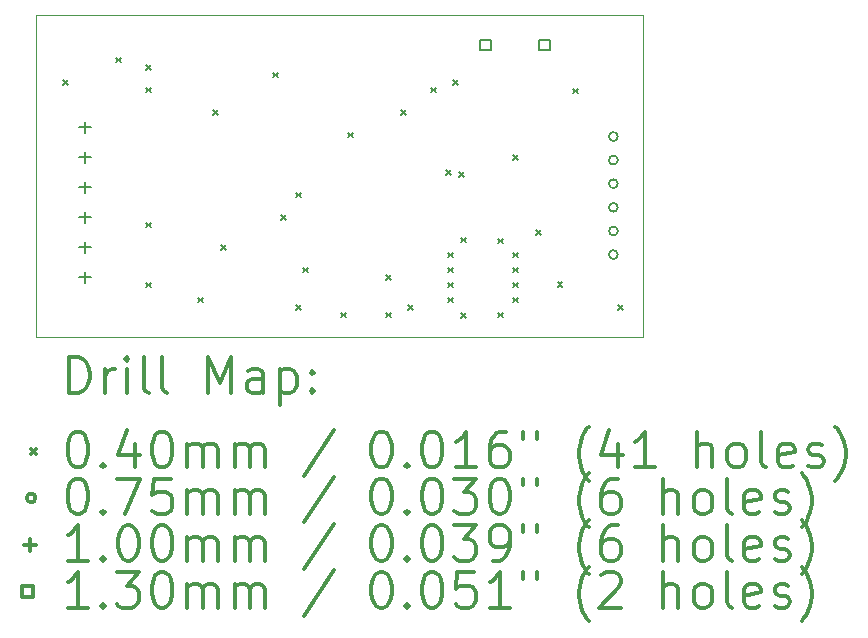
<source format=gbr>
%FSLAX45Y45*%
G04 Gerber Fmt 4.5, Leading zero omitted, Abs format (unit mm)*
G04 Created by KiCad (PCBNEW (5.1.0)-1) date 2019-04-29 13:12:12*
%MOMM*%
%LPD*%
G04 APERTURE LIST*
%ADD10C,0.050000*%
%ADD11C,0.200000*%
%ADD12C,0.300000*%
G04 APERTURE END LIST*
D10*
X12382500Y-11811000D02*
X12382500Y-9080500D01*
X12446000Y-11811000D02*
X12382500Y-11811000D01*
X17526000Y-11811000D02*
X12446000Y-11811000D01*
X17526000Y-11747500D02*
X17526000Y-11811000D01*
X17526000Y-9080500D02*
X17526000Y-11747500D01*
X12382500Y-9080500D02*
X17526000Y-9080500D01*
D11*
X12616500Y-9632000D02*
X12656500Y-9672000D01*
X12656500Y-9632000D02*
X12616500Y-9672000D01*
X13061000Y-9441500D02*
X13101000Y-9481500D01*
X13101000Y-9441500D02*
X13061000Y-9481500D01*
X13315000Y-9505000D02*
X13355000Y-9545000D01*
X13355000Y-9505000D02*
X13315000Y-9545000D01*
X13315000Y-9695500D02*
X13355000Y-9735500D01*
X13355000Y-9695500D02*
X13315000Y-9735500D01*
X13315000Y-10838500D02*
X13355000Y-10878500D01*
X13355000Y-10838500D02*
X13315000Y-10878500D01*
X13315000Y-11346500D02*
X13355000Y-11386500D01*
X13355000Y-11346500D02*
X13315000Y-11386500D01*
X13759500Y-11473500D02*
X13799500Y-11513500D01*
X13799500Y-11473500D02*
X13759500Y-11513500D01*
X13886500Y-9886000D02*
X13926500Y-9926000D01*
X13926500Y-9886000D02*
X13886500Y-9926000D01*
X13950000Y-11029000D02*
X13990000Y-11069000D01*
X13990000Y-11029000D02*
X13950000Y-11069000D01*
X14394500Y-9568500D02*
X14434500Y-9608500D01*
X14434500Y-9568500D02*
X14394500Y-9608500D01*
X14458000Y-10775000D02*
X14498000Y-10815000D01*
X14498000Y-10775000D02*
X14458000Y-10815000D01*
X14585000Y-10584500D02*
X14625000Y-10624500D01*
X14625000Y-10584500D02*
X14585000Y-10624500D01*
X14585000Y-11537000D02*
X14625000Y-11577000D01*
X14625000Y-11537000D02*
X14585000Y-11577000D01*
X14648500Y-11219500D02*
X14688500Y-11259500D01*
X14688500Y-11219500D02*
X14648500Y-11259500D01*
X14966000Y-11600500D02*
X15006000Y-11640500D01*
X15006000Y-11600500D02*
X14966000Y-11640500D01*
X15029500Y-10076500D02*
X15069500Y-10116500D01*
X15069500Y-10076500D02*
X15029500Y-10116500D01*
X15347000Y-11283000D02*
X15387000Y-11323000D01*
X15387000Y-11283000D02*
X15347000Y-11323000D01*
X15347000Y-11600500D02*
X15387000Y-11640500D01*
X15387000Y-11600500D02*
X15347000Y-11640500D01*
X15474000Y-9886000D02*
X15514000Y-9926000D01*
X15514000Y-9886000D02*
X15474000Y-9926000D01*
X15537500Y-11537000D02*
X15577500Y-11577000D01*
X15577500Y-11537000D02*
X15537500Y-11577000D01*
X15728000Y-9695500D02*
X15768000Y-9735500D01*
X15768000Y-9695500D02*
X15728000Y-9735500D01*
X15855000Y-10394000D02*
X15895000Y-10434000D01*
X15895000Y-10394000D02*
X15855000Y-10434000D01*
X15874800Y-11092500D02*
X15914800Y-11132500D01*
X15914800Y-11092500D02*
X15874800Y-11132500D01*
X15874800Y-11219500D02*
X15914800Y-11259500D01*
X15914800Y-11219500D02*
X15874800Y-11259500D01*
X15874800Y-11346500D02*
X15914800Y-11386500D01*
X15914800Y-11346500D02*
X15874800Y-11386500D01*
X15874800Y-11473500D02*
X15914800Y-11513500D01*
X15914800Y-11473500D02*
X15874800Y-11513500D01*
X15918500Y-9632000D02*
X15958500Y-9672000D01*
X15958500Y-9632000D02*
X15918500Y-9672000D01*
X15963835Y-10412165D02*
X16003835Y-10452165D01*
X16003835Y-10412165D02*
X15963835Y-10452165D01*
X15982000Y-10965500D02*
X16022000Y-11005500D01*
X16022000Y-10965500D02*
X15982000Y-11005500D01*
X15984460Y-11602960D02*
X16024460Y-11642960D01*
X16024460Y-11602960D02*
X15984460Y-11642960D01*
X16299500Y-10974500D02*
X16339500Y-11014500D01*
X16339500Y-10974500D02*
X16299500Y-11014500D01*
X16299500Y-11600500D02*
X16339500Y-11640500D01*
X16339500Y-11600500D02*
X16299500Y-11640500D01*
X16426500Y-10267000D02*
X16466500Y-10307000D01*
X16466500Y-10267000D02*
X16426500Y-10307000D01*
X16426500Y-11092500D02*
X16466500Y-11132500D01*
X16466500Y-11092500D02*
X16426500Y-11132500D01*
X16426500Y-11219500D02*
X16466500Y-11259500D01*
X16466500Y-11219500D02*
X16426500Y-11259500D01*
X16426500Y-11346500D02*
X16466500Y-11386500D01*
X16466500Y-11346500D02*
X16426500Y-11386500D01*
X16426500Y-11473500D02*
X16466500Y-11513500D01*
X16466500Y-11473500D02*
X16426500Y-11513500D01*
X16617000Y-10902000D02*
X16657000Y-10942000D01*
X16657000Y-10902000D02*
X16617000Y-10942000D01*
X16800131Y-11344910D02*
X16840131Y-11384910D01*
X16840131Y-11344910D02*
X16800131Y-11384910D01*
X16934500Y-9704500D02*
X16974500Y-9744500D01*
X16974500Y-9704500D02*
X16934500Y-9744500D01*
X17315500Y-11537000D02*
X17355500Y-11577000D01*
X17355500Y-11537000D02*
X17315500Y-11577000D01*
X17309500Y-10109200D02*
G75*
G03X17309500Y-10109200I-37500J0D01*
G01*
X17309500Y-10309200D02*
G75*
G03X17309500Y-10309200I-37500J0D01*
G01*
X17309500Y-10509200D02*
G75*
G03X17309500Y-10509200I-37500J0D01*
G01*
X17309500Y-10709200D02*
G75*
G03X17309500Y-10709200I-37500J0D01*
G01*
X17309500Y-10909200D02*
G75*
G03X17309500Y-10909200I-37500J0D01*
G01*
X17309500Y-11109200D02*
G75*
G03X17309500Y-11109200I-37500J0D01*
G01*
X12801600Y-9983000D02*
X12801600Y-10083000D01*
X12751600Y-10033000D02*
X12851600Y-10033000D01*
X12801600Y-10237000D02*
X12801600Y-10337000D01*
X12751600Y-10287000D02*
X12851600Y-10287000D01*
X12801600Y-10491000D02*
X12801600Y-10591000D01*
X12751600Y-10541000D02*
X12851600Y-10541000D01*
X12801600Y-10745000D02*
X12801600Y-10845000D01*
X12751600Y-10795000D02*
X12851600Y-10795000D01*
X12801600Y-10999000D02*
X12801600Y-11099000D01*
X12751600Y-11049000D02*
X12851600Y-11049000D01*
X12801600Y-11253000D02*
X12801600Y-11353000D01*
X12751600Y-11303000D02*
X12851600Y-11303000D01*
X16238462Y-9380462D02*
X16238462Y-9288538D01*
X16146538Y-9288538D01*
X16146538Y-9380462D01*
X16238462Y-9380462D01*
X16738462Y-9380462D02*
X16738462Y-9288538D01*
X16646538Y-9288538D01*
X16646538Y-9380462D01*
X16738462Y-9380462D01*
D12*
X12666428Y-12279214D02*
X12666428Y-11979214D01*
X12737857Y-11979214D01*
X12780714Y-11993500D01*
X12809286Y-12022071D01*
X12823571Y-12050643D01*
X12837857Y-12107786D01*
X12837857Y-12150643D01*
X12823571Y-12207786D01*
X12809286Y-12236357D01*
X12780714Y-12264929D01*
X12737857Y-12279214D01*
X12666428Y-12279214D01*
X12966428Y-12279214D02*
X12966428Y-12079214D01*
X12966428Y-12136357D02*
X12980714Y-12107786D01*
X12995000Y-12093500D01*
X13023571Y-12079214D01*
X13052143Y-12079214D01*
X13152143Y-12279214D02*
X13152143Y-12079214D01*
X13152143Y-11979214D02*
X13137857Y-11993500D01*
X13152143Y-12007786D01*
X13166428Y-11993500D01*
X13152143Y-11979214D01*
X13152143Y-12007786D01*
X13337857Y-12279214D02*
X13309286Y-12264929D01*
X13295000Y-12236357D01*
X13295000Y-11979214D01*
X13495000Y-12279214D02*
X13466428Y-12264929D01*
X13452143Y-12236357D01*
X13452143Y-11979214D01*
X13837857Y-12279214D02*
X13837857Y-11979214D01*
X13937857Y-12193500D01*
X14037857Y-11979214D01*
X14037857Y-12279214D01*
X14309286Y-12279214D02*
X14309286Y-12122071D01*
X14295000Y-12093500D01*
X14266428Y-12079214D01*
X14209286Y-12079214D01*
X14180714Y-12093500D01*
X14309286Y-12264929D02*
X14280714Y-12279214D01*
X14209286Y-12279214D01*
X14180714Y-12264929D01*
X14166428Y-12236357D01*
X14166428Y-12207786D01*
X14180714Y-12179214D01*
X14209286Y-12164929D01*
X14280714Y-12164929D01*
X14309286Y-12150643D01*
X14452143Y-12079214D02*
X14452143Y-12379214D01*
X14452143Y-12093500D02*
X14480714Y-12079214D01*
X14537857Y-12079214D01*
X14566428Y-12093500D01*
X14580714Y-12107786D01*
X14595000Y-12136357D01*
X14595000Y-12222071D01*
X14580714Y-12250643D01*
X14566428Y-12264929D01*
X14537857Y-12279214D01*
X14480714Y-12279214D01*
X14452143Y-12264929D01*
X14723571Y-12250643D02*
X14737857Y-12264929D01*
X14723571Y-12279214D01*
X14709286Y-12264929D01*
X14723571Y-12250643D01*
X14723571Y-12279214D01*
X14723571Y-12093500D02*
X14737857Y-12107786D01*
X14723571Y-12122071D01*
X14709286Y-12107786D01*
X14723571Y-12093500D01*
X14723571Y-12122071D01*
X12340000Y-12753500D02*
X12380000Y-12793500D01*
X12380000Y-12753500D02*
X12340000Y-12793500D01*
X12723571Y-12609214D02*
X12752143Y-12609214D01*
X12780714Y-12623500D01*
X12795000Y-12637786D01*
X12809286Y-12666357D01*
X12823571Y-12723500D01*
X12823571Y-12794929D01*
X12809286Y-12852071D01*
X12795000Y-12880643D01*
X12780714Y-12894929D01*
X12752143Y-12909214D01*
X12723571Y-12909214D01*
X12695000Y-12894929D01*
X12680714Y-12880643D01*
X12666428Y-12852071D01*
X12652143Y-12794929D01*
X12652143Y-12723500D01*
X12666428Y-12666357D01*
X12680714Y-12637786D01*
X12695000Y-12623500D01*
X12723571Y-12609214D01*
X12952143Y-12880643D02*
X12966428Y-12894929D01*
X12952143Y-12909214D01*
X12937857Y-12894929D01*
X12952143Y-12880643D01*
X12952143Y-12909214D01*
X13223571Y-12709214D02*
X13223571Y-12909214D01*
X13152143Y-12594929D02*
X13080714Y-12809214D01*
X13266428Y-12809214D01*
X13437857Y-12609214D02*
X13466428Y-12609214D01*
X13495000Y-12623500D01*
X13509286Y-12637786D01*
X13523571Y-12666357D01*
X13537857Y-12723500D01*
X13537857Y-12794929D01*
X13523571Y-12852071D01*
X13509286Y-12880643D01*
X13495000Y-12894929D01*
X13466428Y-12909214D01*
X13437857Y-12909214D01*
X13409286Y-12894929D01*
X13395000Y-12880643D01*
X13380714Y-12852071D01*
X13366428Y-12794929D01*
X13366428Y-12723500D01*
X13380714Y-12666357D01*
X13395000Y-12637786D01*
X13409286Y-12623500D01*
X13437857Y-12609214D01*
X13666428Y-12909214D02*
X13666428Y-12709214D01*
X13666428Y-12737786D02*
X13680714Y-12723500D01*
X13709286Y-12709214D01*
X13752143Y-12709214D01*
X13780714Y-12723500D01*
X13795000Y-12752071D01*
X13795000Y-12909214D01*
X13795000Y-12752071D02*
X13809286Y-12723500D01*
X13837857Y-12709214D01*
X13880714Y-12709214D01*
X13909286Y-12723500D01*
X13923571Y-12752071D01*
X13923571Y-12909214D01*
X14066428Y-12909214D02*
X14066428Y-12709214D01*
X14066428Y-12737786D02*
X14080714Y-12723500D01*
X14109286Y-12709214D01*
X14152143Y-12709214D01*
X14180714Y-12723500D01*
X14195000Y-12752071D01*
X14195000Y-12909214D01*
X14195000Y-12752071D02*
X14209286Y-12723500D01*
X14237857Y-12709214D01*
X14280714Y-12709214D01*
X14309286Y-12723500D01*
X14323571Y-12752071D01*
X14323571Y-12909214D01*
X14909286Y-12594929D02*
X14652143Y-12980643D01*
X15295000Y-12609214D02*
X15323571Y-12609214D01*
X15352143Y-12623500D01*
X15366428Y-12637786D01*
X15380714Y-12666357D01*
X15395000Y-12723500D01*
X15395000Y-12794929D01*
X15380714Y-12852071D01*
X15366428Y-12880643D01*
X15352143Y-12894929D01*
X15323571Y-12909214D01*
X15295000Y-12909214D01*
X15266428Y-12894929D01*
X15252143Y-12880643D01*
X15237857Y-12852071D01*
X15223571Y-12794929D01*
X15223571Y-12723500D01*
X15237857Y-12666357D01*
X15252143Y-12637786D01*
X15266428Y-12623500D01*
X15295000Y-12609214D01*
X15523571Y-12880643D02*
X15537857Y-12894929D01*
X15523571Y-12909214D01*
X15509286Y-12894929D01*
X15523571Y-12880643D01*
X15523571Y-12909214D01*
X15723571Y-12609214D02*
X15752143Y-12609214D01*
X15780714Y-12623500D01*
X15795000Y-12637786D01*
X15809286Y-12666357D01*
X15823571Y-12723500D01*
X15823571Y-12794929D01*
X15809286Y-12852071D01*
X15795000Y-12880643D01*
X15780714Y-12894929D01*
X15752143Y-12909214D01*
X15723571Y-12909214D01*
X15695000Y-12894929D01*
X15680714Y-12880643D01*
X15666428Y-12852071D01*
X15652143Y-12794929D01*
X15652143Y-12723500D01*
X15666428Y-12666357D01*
X15680714Y-12637786D01*
X15695000Y-12623500D01*
X15723571Y-12609214D01*
X16109286Y-12909214D02*
X15937857Y-12909214D01*
X16023571Y-12909214D02*
X16023571Y-12609214D01*
X15995000Y-12652071D01*
X15966428Y-12680643D01*
X15937857Y-12694929D01*
X16366428Y-12609214D02*
X16309286Y-12609214D01*
X16280714Y-12623500D01*
X16266428Y-12637786D01*
X16237857Y-12680643D01*
X16223571Y-12737786D01*
X16223571Y-12852071D01*
X16237857Y-12880643D01*
X16252143Y-12894929D01*
X16280714Y-12909214D01*
X16337857Y-12909214D01*
X16366428Y-12894929D01*
X16380714Y-12880643D01*
X16395000Y-12852071D01*
X16395000Y-12780643D01*
X16380714Y-12752071D01*
X16366428Y-12737786D01*
X16337857Y-12723500D01*
X16280714Y-12723500D01*
X16252143Y-12737786D01*
X16237857Y-12752071D01*
X16223571Y-12780643D01*
X16509286Y-12609214D02*
X16509286Y-12666357D01*
X16623571Y-12609214D02*
X16623571Y-12666357D01*
X17066428Y-13023500D02*
X17052143Y-13009214D01*
X17023571Y-12966357D01*
X17009286Y-12937786D01*
X16995000Y-12894929D01*
X16980714Y-12823500D01*
X16980714Y-12766357D01*
X16995000Y-12694929D01*
X17009286Y-12652071D01*
X17023571Y-12623500D01*
X17052143Y-12580643D01*
X17066428Y-12566357D01*
X17309286Y-12709214D02*
X17309286Y-12909214D01*
X17237857Y-12594929D02*
X17166428Y-12809214D01*
X17352143Y-12809214D01*
X17623571Y-12909214D02*
X17452143Y-12909214D01*
X17537857Y-12909214D02*
X17537857Y-12609214D01*
X17509286Y-12652071D01*
X17480714Y-12680643D01*
X17452143Y-12694929D01*
X17980714Y-12909214D02*
X17980714Y-12609214D01*
X18109286Y-12909214D02*
X18109286Y-12752071D01*
X18095000Y-12723500D01*
X18066428Y-12709214D01*
X18023571Y-12709214D01*
X17995000Y-12723500D01*
X17980714Y-12737786D01*
X18295000Y-12909214D02*
X18266428Y-12894929D01*
X18252143Y-12880643D01*
X18237857Y-12852071D01*
X18237857Y-12766357D01*
X18252143Y-12737786D01*
X18266428Y-12723500D01*
X18295000Y-12709214D01*
X18337857Y-12709214D01*
X18366428Y-12723500D01*
X18380714Y-12737786D01*
X18395000Y-12766357D01*
X18395000Y-12852071D01*
X18380714Y-12880643D01*
X18366428Y-12894929D01*
X18337857Y-12909214D01*
X18295000Y-12909214D01*
X18566428Y-12909214D02*
X18537857Y-12894929D01*
X18523571Y-12866357D01*
X18523571Y-12609214D01*
X18795000Y-12894929D02*
X18766428Y-12909214D01*
X18709286Y-12909214D01*
X18680714Y-12894929D01*
X18666428Y-12866357D01*
X18666428Y-12752071D01*
X18680714Y-12723500D01*
X18709286Y-12709214D01*
X18766428Y-12709214D01*
X18795000Y-12723500D01*
X18809286Y-12752071D01*
X18809286Y-12780643D01*
X18666428Y-12809214D01*
X18923571Y-12894929D02*
X18952143Y-12909214D01*
X19009286Y-12909214D01*
X19037857Y-12894929D01*
X19052143Y-12866357D01*
X19052143Y-12852071D01*
X19037857Y-12823500D01*
X19009286Y-12809214D01*
X18966428Y-12809214D01*
X18937857Y-12794929D01*
X18923571Y-12766357D01*
X18923571Y-12752071D01*
X18937857Y-12723500D01*
X18966428Y-12709214D01*
X19009286Y-12709214D01*
X19037857Y-12723500D01*
X19152143Y-13023500D02*
X19166428Y-13009214D01*
X19195000Y-12966357D01*
X19209286Y-12937786D01*
X19223571Y-12894929D01*
X19237857Y-12823500D01*
X19237857Y-12766357D01*
X19223571Y-12694929D01*
X19209286Y-12652071D01*
X19195000Y-12623500D01*
X19166428Y-12580643D01*
X19152143Y-12566357D01*
X12380000Y-13169500D02*
G75*
G03X12380000Y-13169500I-37500J0D01*
G01*
X12723571Y-13005214D02*
X12752143Y-13005214D01*
X12780714Y-13019500D01*
X12795000Y-13033786D01*
X12809286Y-13062357D01*
X12823571Y-13119500D01*
X12823571Y-13190929D01*
X12809286Y-13248071D01*
X12795000Y-13276643D01*
X12780714Y-13290929D01*
X12752143Y-13305214D01*
X12723571Y-13305214D01*
X12695000Y-13290929D01*
X12680714Y-13276643D01*
X12666428Y-13248071D01*
X12652143Y-13190929D01*
X12652143Y-13119500D01*
X12666428Y-13062357D01*
X12680714Y-13033786D01*
X12695000Y-13019500D01*
X12723571Y-13005214D01*
X12952143Y-13276643D02*
X12966428Y-13290929D01*
X12952143Y-13305214D01*
X12937857Y-13290929D01*
X12952143Y-13276643D01*
X12952143Y-13305214D01*
X13066428Y-13005214D02*
X13266428Y-13005214D01*
X13137857Y-13305214D01*
X13523571Y-13005214D02*
X13380714Y-13005214D01*
X13366428Y-13148071D01*
X13380714Y-13133786D01*
X13409286Y-13119500D01*
X13480714Y-13119500D01*
X13509286Y-13133786D01*
X13523571Y-13148071D01*
X13537857Y-13176643D01*
X13537857Y-13248071D01*
X13523571Y-13276643D01*
X13509286Y-13290929D01*
X13480714Y-13305214D01*
X13409286Y-13305214D01*
X13380714Y-13290929D01*
X13366428Y-13276643D01*
X13666428Y-13305214D02*
X13666428Y-13105214D01*
X13666428Y-13133786D02*
X13680714Y-13119500D01*
X13709286Y-13105214D01*
X13752143Y-13105214D01*
X13780714Y-13119500D01*
X13795000Y-13148071D01*
X13795000Y-13305214D01*
X13795000Y-13148071D02*
X13809286Y-13119500D01*
X13837857Y-13105214D01*
X13880714Y-13105214D01*
X13909286Y-13119500D01*
X13923571Y-13148071D01*
X13923571Y-13305214D01*
X14066428Y-13305214D02*
X14066428Y-13105214D01*
X14066428Y-13133786D02*
X14080714Y-13119500D01*
X14109286Y-13105214D01*
X14152143Y-13105214D01*
X14180714Y-13119500D01*
X14195000Y-13148071D01*
X14195000Y-13305214D01*
X14195000Y-13148071D02*
X14209286Y-13119500D01*
X14237857Y-13105214D01*
X14280714Y-13105214D01*
X14309286Y-13119500D01*
X14323571Y-13148071D01*
X14323571Y-13305214D01*
X14909286Y-12990929D02*
X14652143Y-13376643D01*
X15295000Y-13005214D02*
X15323571Y-13005214D01*
X15352143Y-13019500D01*
X15366428Y-13033786D01*
X15380714Y-13062357D01*
X15395000Y-13119500D01*
X15395000Y-13190929D01*
X15380714Y-13248071D01*
X15366428Y-13276643D01*
X15352143Y-13290929D01*
X15323571Y-13305214D01*
X15295000Y-13305214D01*
X15266428Y-13290929D01*
X15252143Y-13276643D01*
X15237857Y-13248071D01*
X15223571Y-13190929D01*
X15223571Y-13119500D01*
X15237857Y-13062357D01*
X15252143Y-13033786D01*
X15266428Y-13019500D01*
X15295000Y-13005214D01*
X15523571Y-13276643D02*
X15537857Y-13290929D01*
X15523571Y-13305214D01*
X15509286Y-13290929D01*
X15523571Y-13276643D01*
X15523571Y-13305214D01*
X15723571Y-13005214D02*
X15752143Y-13005214D01*
X15780714Y-13019500D01*
X15795000Y-13033786D01*
X15809286Y-13062357D01*
X15823571Y-13119500D01*
X15823571Y-13190929D01*
X15809286Y-13248071D01*
X15795000Y-13276643D01*
X15780714Y-13290929D01*
X15752143Y-13305214D01*
X15723571Y-13305214D01*
X15695000Y-13290929D01*
X15680714Y-13276643D01*
X15666428Y-13248071D01*
X15652143Y-13190929D01*
X15652143Y-13119500D01*
X15666428Y-13062357D01*
X15680714Y-13033786D01*
X15695000Y-13019500D01*
X15723571Y-13005214D01*
X15923571Y-13005214D02*
X16109286Y-13005214D01*
X16009286Y-13119500D01*
X16052143Y-13119500D01*
X16080714Y-13133786D01*
X16095000Y-13148071D01*
X16109286Y-13176643D01*
X16109286Y-13248071D01*
X16095000Y-13276643D01*
X16080714Y-13290929D01*
X16052143Y-13305214D01*
X15966428Y-13305214D01*
X15937857Y-13290929D01*
X15923571Y-13276643D01*
X16295000Y-13005214D02*
X16323571Y-13005214D01*
X16352143Y-13019500D01*
X16366428Y-13033786D01*
X16380714Y-13062357D01*
X16395000Y-13119500D01*
X16395000Y-13190929D01*
X16380714Y-13248071D01*
X16366428Y-13276643D01*
X16352143Y-13290929D01*
X16323571Y-13305214D01*
X16295000Y-13305214D01*
X16266428Y-13290929D01*
X16252143Y-13276643D01*
X16237857Y-13248071D01*
X16223571Y-13190929D01*
X16223571Y-13119500D01*
X16237857Y-13062357D01*
X16252143Y-13033786D01*
X16266428Y-13019500D01*
X16295000Y-13005214D01*
X16509286Y-13005214D02*
X16509286Y-13062357D01*
X16623571Y-13005214D02*
X16623571Y-13062357D01*
X17066428Y-13419500D02*
X17052143Y-13405214D01*
X17023571Y-13362357D01*
X17009286Y-13333786D01*
X16995000Y-13290929D01*
X16980714Y-13219500D01*
X16980714Y-13162357D01*
X16995000Y-13090929D01*
X17009286Y-13048071D01*
X17023571Y-13019500D01*
X17052143Y-12976643D01*
X17066428Y-12962357D01*
X17309286Y-13005214D02*
X17252143Y-13005214D01*
X17223571Y-13019500D01*
X17209286Y-13033786D01*
X17180714Y-13076643D01*
X17166428Y-13133786D01*
X17166428Y-13248071D01*
X17180714Y-13276643D01*
X17195000Y-13290929D01*
X17223571Y-13305214D01*
X17280714Y-13305214D01*
X17309286Y-13290929D01*
X17323571Y-13276643D01*
X17337857Y-13248071D01*
X17337857Y-13176643D01*
X17323571Y-13148071D01*
X17309286Y-13133786D01*
X17280714Y-13119500D01*
X17223571Y-13119500D01*
X17195000Y-13133786D01*
X17180714Y-13148071D01*
X17166428Y-13176643D01*
X17695000Y-13305214D02*
X17695000Y-13005214D01*
X17823571Y-13305214D02*
X17823571Y-13148071D01*
X17809286Y-13119500D01*
X17780714Y-13105214D01*
X17737857Y-13105214D01*
X17709286Y-13119500D01*
X17695000Y-13133786D01*
X18009286Y-13305214D02*
X17980714Y-13290929D01*
X17966428Y-13276643D01*
X17952143Y-13248071D01*
X17952143Y-13162357D01*
X17966428Y-13133786D01*
X17980714Y-13119500D01*
X18009286Y-13105214D01*
X18052143Y-13105214D01*
X18080714Y-13119500D01*
X18095000Y-13133786D01*
X18109286Y-13162357D01*
X18109286Y-13248071D01*
X18095000Y-13276643D01*
X18080714Y-13290929D01*
X18052143Y-13305214D01*
X18009286Y-13305214D01*
X18280714Y-13305214D02*
X18252143Y-13290929D01*
X18237857Y-13262357D01*
X18237857Y-13005214D01*
X18509286Y-13290929D02*
X18480714Y-13305214D01*
X18423571Y-13305214D01*
X18395000Y-13290929D01*
X18380714Y-13262357D01*
X18380714Y-13148071D01*
X18395000Y-13119500D01*
X18423571Y-13105214D01*
X18480714Y-13105214D01*
X18509286Y-13119500D01*
X18523571Y-13148071D01*
X18523571Y-13176643D01*
X18380714Y-13205214D01*
X18637857Y-13290929D02*
X18666428Y-13305214D01*
X18723571Y-13305214D01*
X18752143Y-13290929D01*
X18766428Y-13262357D01*
X18766428Y-13248071D01*
X18752143Y-13219500D01*
X18723571Y-13205214D01*
X18680714Y-13205214D01*
X18652143Y-13190929D01*
X18637857Y-13162357D01*
X18637857Y-13148071D01*
X18652143Y-13119500D01*
X18680714Y-13105214D01*
X18723571Y-13105214D01*
X18752143Y-13119500D01*
X18866428Y-13419500D02*
X18880714Y-13405214D01*
X18909286Y-13362357D01*
X18923571Y-13333786D01*
X18937857Y-13290929D01*
X18952143Y-13219500D01*
X18952143Y-13162357D01*
X18937857Y-13090929D01*
X18923571Y-13048071D01*
X18909286Y-13019500D01*
X18880714Y-12976643D01*
X18866428Y-12962357D01*
X12330000Y-13515500D02*
X12330000Y-13615500D01*
X12280000Y-13565500D02*
X12380000Y-13565500D01*
X12823571Y-13701214D02*
X12652143Y-13701214D01*
X12737857Y-13701214D02*
X12737857Y-13401214D01*
X12709286Y-13444071D01*
X12680714Y-13472643D01*
X12652143Y-13486929D01*
X12952143Y-13672643D02*
X12966428Y-13686929D01*
X12952143Y-13701214D01*
X12937857Y-13686929D01*
X12952143Y-13672643D01*
X12952143Y-13701214D01*
X13152143Y-13401214D02*
X13180714Y-13401214D01*
X13209286Y-13415500D01*
X13223571Y-13429786D01*
X13237857Y-13458357D01*
X13252143Y-13515500D01*
X13252143Y-13586929D01*
X13237857Y-13644071D01*
X13223571Y-13672643D01*
X13209286Y-13686929D01*
X13180714Y-13701214D01*
X13152143Y-13701214D01*
X13123571Y-13686929D01*
X13109286Y-13672643D01*
X13095000Y-13644071D01*
X13080714Y-13586929D01*
X13080714Y-13515500D01*
X13095000Y-13458357D01*
X13109286Y-13429786D01*
X13123571Y-13415500D01*
X13152143Y-13401214D01*
X13437857Y-13401214D02*
X13466428Y-13401214D01*
X13495000Y-13415500D01*
X13509286Y-13429786D01*
X13523571Y-13458357D01*
X13537857Y-13515500D01*
X13537857Y-13586929D01*
X13523571Y-13644071D01*
X13509286Y-13672643D01*
X13495000Y-13686929D01*
X13466428Y-13701214D01*
X13437857Y-13701214D01*
X13409286Y-13686929D01*
X13395000Y-13672643D01*
X13380714Y-13644071D01*
X13366428Y-13586929D01*
X13366428Y-13515500D01*
X13380714Y-13458357D01*
X13395000Y-13429786D01*
X13409286Y-13415500D01*
X13437857Y-13401214D01*
X13666428Y-13701214D02*
X13666428Y-13501214D01*
X13666428Y-13529786D02*
X13680714Y-13515500D01*
X13709286Y-13501214D01*
X13752143Y-13501214D01*
X13780714Y-13515500D01*
X13795000Y-13544071D01*
X13795000Y-13701214D01*
X13795000Y-13544071D02*
X13809286Y-13515500D01*
X13837857Y-13501214D01*
X13880714Y-13501214D01*
X13909286Y-13515500D01*
X13923571Y-13544071D01*
X13923571Y-13701214D01*
X14066428Y-13701214D02*
X14066428Y-13501214D01*
X14066428Y-13529786D02*
X14080714Y-13515500D01*
X14109286Y-13501214D01*
X14152143Y-13501214D01*
X14180714Y-13515500D01*
X14195000Y-13544071D01*
X14195000Y-13701214D01*
X14195000Y-13544071D02*
X14209286Y-13515500D01*
X14237857Y-13501214D01*
X14280714Y-13501214D01*
X14309286Y-13515500D01*
X14323571Y-13544071D01*
X14323571Y-13701214D01*
X14909286Y-13386929D02*
X14652143Y-13772643D01*
X15295000Y-13401214D02*
X15323571Y-13401214D01*
X15352143Y-13415500D01*
X15366428Y-13429786D01*
X15380714Y-13458357D01*
X15395000Y-13515500D01*
X15395000Y-13586929D01*
X15380714Y-13644071D01*
X15366428Y-13672643D01*
X15352143Y-13686929D01*
X15323571Y-13701214D01*
X15295000Y-13701214D01*
X15266428Y-13686929D01*
X15252143Y-13672643D01*
X15237857Y-13644071D01*
X15223571Y-13586929D01*
X15223571Y-13515500D01*
X15237857Y-13458357D01*
X15252143Y-13429786D01*
X15266428Y-13415500D01*
X15295000Y-13401214D01*
X15523571Y-13672643D02*
X15537857Y-13686929D01*
X15523571Y-13701214D01*
X15509286Y-13686929D01*
X15523571Y-13672643D01*
X15523571Y-13701214D01*
X15723571Y-13401214D02*
X15752143Y-13401214D01*
X15780714Y-13415500D01*
X15795000Y-13429786D01*
X15809286Y-13458357D01*
X15823571Y-13515500D01*
X15823571Y-13586929D01*
X15809286Y-13644071D01*
X15795000Y-13672643D01*
X15780714Y-13686929D01*
X15752143Y-13701214D01*
X15723571Y-13701214D01*
X15695000Y-13686929D01*
X15680714Y-13672643D01*
X15666428Y-13644071D01*
X15652143Y-13586929D01*
X15652143Y-13515500D01*
X15666428Y-13458357D01*
X15680714Y-13429786D01*
X15695000Y-13415500D01*
X15723571Y-13401214D01*
X15923571Y-13401214D02*
X16109286Y-13401214D01*
X16009286Y-13515500D01*
X16052143Y-13515500D01*
X16080714Y-13529786D01*
X16095000Y-13544071D01*
X16109286Y-13572643D01*
X16109286Y-13644071D01*
X16095000Y-13672643D01*
X16080714Y-13686929D01*
X16052143Y-13701214D01*
X15966428Y-13701214D01*
X15937857Y-13686929D01*
X15923571Y-13672643D01*
X16252143Y-13701214D02*
X16309286Y-13701214D01*
X16337857Y-13686929D01*
X16352143Y-13672643D01*
X16380714Y-13629786D01*
X16395000Y-13572643D01*
X16395000Y-13458357D01*
X16380714Y-13429786D01*
X16366428Y-13415500D01*
X16337857Y-13401214D01*
X16280714Y-13401214D01*
X16252143Y-13415500D01*
X16237857Y-13429786D01*
X16223571Y-13458357D01*
X16223571Y-13529786D01*
X16237857Y-13558357D01*
X16252143Y-13572643D01*
X16280714Y-13586929D01*
X16337857Y-13586929D01*
X16366428Y-13572643D01*
X16380714Y-13558357D01*
X16395000Y-13529786D01*
X16509286Y-13401214D02*
X16509286Y-13458357D01*
X16623571Y-13401214D02*
X16623571Y-13458357D01*
X17066428Y-13815500D02*
X17052143Y-13801214D01*
X17023571Y-13758357D01*
X17009286Y-13729786D01*
X16995000Y-13686929D01*
X16980714Y-13615500D01*
X16980714Y-13558357D01*
X16995000Y-13486929D01*
X17009286Y-13444071D01*
X17023571Y-13415500D01*
X17052143Y-13372643D01*
X17066428Y-13358357D01*
X17309286Y-13401214D02*
X17252143Y-13401214D01*
X17223571Y-13415500D01*
X17209286Y-13429786D01*
X17180714Y-13472643D01*
X17166428Y-13529786D01*
X17166428Y-13644071D01*
X17180714Y-13672643D01*
X17195000Y-13686929D01*
X17223571Y-13701214D01*
X17280714Y-13701214D01*
X17309286Y-13686929D01*
X17323571Y-13672643D01*
X17337857Y-13644071D01*
X17337857Y-13572643D01*
X17323571Y-13544071D01*
X17309286Y-13529786D01*
X17280714Y-13515500D01*
X17223571Y-13515500D01*
X17195000Y-13529786D01*
X17180714Y-13544071D01*
X17166428Y-13572643D01*
X17695000Y-13701214D02*
X17695000Y-13401214D01*
X17823571Y-13701214D02*
X17823571Y-13544071D01*
X17809286Y-13515500D01*
X17780714Y-13501214D01*
X17737857Y-13501214D01*
X17709286Y-13515500D01*
X17695000Y-13529786D01*
X18009286Y-13701214D02*
X17980714Y-13686929D01*
X17966428Y-13672643D01*
X17952143Y-13644071D01*
X17952143Y-13558357D01*
X17966428Y-13529786D01*
X17980714Y-13515500D01*
X18009286Y-13501214D01*
X18052143Y-13501214D01*
X18080714Y-13515500D01*
X18095000Y-13529786D01*
X18109286Y-13558357D01*
X18109286Y-13644071D01*
X18095000Y-13672643D01*
X18080714Y-13686929D01*
X18052143Y-13701214D01*
X18009286Y-13701214D01*
X18280714Y-13701214D02*
X18252143Y-13686929D01*
X18237857Y-13658357D01*
X18237857Y-13401214D01*
X18509286Y-13686929D02*
X18480714Y-13701214D01*
X18423571Y-13701214D01*
X18395000Y-13686929D01*
X18380714Y-13658357D01*
X18380714Y-13544071D01*
X18395000Y-13515500D01*
X18423571Y-13501214D01*
X18480714Y-13501214D01*
X18509286Y-13515500D01*
X18523571Y-13544071D01*
X18523571Y-13572643D01*
X18380714Y-13601214D01*
X18637857Y-13686929D02*
X18666428Y-13701214D01*
X18723571Y-13701214D01*
X18752143Y-13686929D01*
X18766428Y-13658357D01*
X18766428Y-13644071D01*
X18752143Y-13615500D01*
X18723571Y-13601214D01*
X18680714Y-13601214D01*
X18652143Y-13586929D01*
X18637857Y-13558357D01*
X18637857Y-13544071D01*
X18652143Y-13515500D01*
X18680714Y-13501214D01*
X18723571Y-13501214D01*
X18752143Y-13515500D01*
X18866428Y-13815500D02*
X18880714Y-13801214D01*
X18909286Y-13758357D01*
X18923571Y-13729786D01*
X18937857Y-13686929D01*
X18952143Y-13615500D01*
X18952143Y-13558357D01*
X18937857Y-13486929D01*
X18923571Y-13444071D01*
X18909286Y-13415500D01*
X18880714Y-13372643D01*
X18866428Y-13358357D01*
X12360962Y-14007462D02*
X12360962Y-13915538D01*
X12269037Y-13915538D01*
X12269037Y-14007462D01*
X12360962Y-14007462D01*
X12823571Y-14097214D02*
X12652143Y-14097214D01*
X12737857Y-14097214D02*
X12737857Y-13797214D01*
X12709286Y-13840071D01*
X12680714Y-13868643D01*
X12652143Y-13882929D01*
X12952143Y-14068643D02*
X12966428Y-14082929D01*
X12952143Y-14097214D01*
X12937857Y-14082929D01*
X12952143Y-14068643D01*
X12952143Y-14097214D01*
X13066428Y-13797214D02*
X13252143Y-13797214D01*
X13152143Y-13911500D01*
X13195000Y-13911500D01*
X13223571Y-13925786D01*
X13237857Y-13940071D01*
X13252143Y-13968643D01*
X13252143Y-14040071D01*
X13237857Y-14068643D01*
X13223571Y-14082929D01*
X13195000Y-14097214D01*
X13109286Y-14097214D01*
X13080714Y-14082929D01*
X13066428Y-14068643D01*
X13437857Y-13797214D02*
X13466428Y-13797214D01*
X13495000Y-13811500D01*
X13509286Y-13825786D01*
X13523571Y-13854357D01*
X13537857Y-13911500D01*
X13537857Y-13982929D01*
X13523571Y-14040071D01*
X13509286Y-14068643D01*
X13495000Y-14082929D01*
X13466428Y-14097214D01*
X13437857Y-14097214D01*
X13409286Y-14082929D01*
X13395000Y-14068643D01*
X13380714Y-14040071D01*
X13366428Y-13982929D01*
X13366428Y-13911500D01*
X13380714Y-13854357D01*
X13395000Y-13825786D01*
X13409286Y-13811500D01*
X13437857Y-13797214D01*
X13666428Y-14097214D02*
X13666428Y-13897214D01*
X13666428Y-13925786D02*
X13680714Y-13911500D01*
X13709286Y-13897214D01*
X13752143Y-13897214D01*
X13780714Y-13911500D01*
X13795000Y-13940071D01*
X13795000Y-14097214D01*
X13795000Y-13940071D02*
X13809286Y-13911500D01*
X13837857Y-13897214D01*
X13880714Y-13897214D01*
X13909286Y-13911500D01*
X13923571Y-13940071D01*
X13923571Y-14097214D01*
X14066428Y-14097214D02*
X14066428Y-13897214D01*
X14066428Y-13925786D02*
X14080714Y-13911500D01*
X14109286Y-13897214D01*
X14152143Y-13897214D01*
X14180714Y-13911500D01*
X14195000Y-13940071D01*
X14195000Y-14097214D01*
X14195000Y-13940071D02*
X14209286Y-13911500D01*
X14237857Y-13897214D01*
X14280714Y-13897214D01*
X14309286Y-13911500D01*
X14323571Y-13940071D01*
X14323571Y-14097214D01*
X14909286Y-13782929D02*
X14652143Y-14168643D01*
X15295000Y-13797214D02*
X15323571Y-13797214D01*
X15352143Y-13811500D01*
X15366428Y-13825786D01*
X15380714Y-13854357D01*
X15395000Y-13911500D01*
X15395000Y-13982929D01*
X15380714Y-14040071D01*
X15366428Y-14068643D01*
X15352143Y-14082929D01*
X15323571Y-14097214D01*
X15295000Y-14097214D01*
X15266428Y-14082929D01*
X15252143Y-14068643D01*
X15237857Y-14040071D01*
X15223571Y-13982929D01*
X15223571Y-13911500D01*
X15237857Y-13854357D01*
X15252143Y-13825786D01*
X15266428Y-13811500D01*
X15295000Y-13797214D01*
X15523571Y-14068643D02*
X15537857Y-14082929D01*
X15523571Y-14097214D01*
X15509286Y-14082929D01*
X15523571Y-14068643D01*
X15523571Y-14097214D01*
X15723571Y-13797214D02*
X15752143Y-13797214D01*
X15780714Y-13811500D01*
X15795000Y-13825786D01*
X15809286Y-13854357D01*
X15823571Y-13911500D01*
X15823571Y-13982929D01*
X15809286Y-14040071D01*
X15795000Y-14068643D01*
X15780714Y-14082929D01*
X15752143Y-14097214D01*
X15723571Y-14097214D01*
X15695000Y-14082929D01*
X15680714Y-14068643D01*
X15666428Y-14040071D01*
X15652143Y-13982929D01*
X15652143Y-13911500D01*
X15666428Y-13854357D01*
X15680714Y-13825786D01*
X15695000Y-13811500D01*
X15723571Y-13797214D01*
X16095000Y-13797214D02*
X15952143Y-13797214D01*
X15937857Y-13940071D01*
X15952143Y-13925786D01*
X15980714Y-13911500D01*
X16052143Y-13911500D01*
X16080714Y-13925786D01*
X16095000Y-13940071D01*
X16109286Y-13968643D01*
X16109286Y-14040071D01*
X16095000Y-14068643D01*
X16080714Y-14082929D01*
X16052143Y-14097214D01*
X15980714Y-14097214D01*
X15952143Y-14082929D01*
X15937857Y-14068643D01*
X16395000Y-14097214D02*
X16223571Y-14097214D01*
X16309286Y-14097214D02*
X16309286Y-13797214D01*
X16280714Y-13840071D01*
X16252143Y-13868643D01*
X16223571Y-13882929D01*
X16509286Y-13797214D02*
X16509286Y-13854357D01*
X16623571Y-13797214D02*
X16623571Y-13854357D01*
X17066428Y-14211500D02*
X17052143Y-14197214D01*
X17023571Y-14154357D01*
X17009286Y-14125786D01*
X16995000Y-14082929D01*
X16980714Y-14011500D01*
X16980714Y-13954357D01*
X16995000Y-13882929D01*
X17009286Y-13840071D01*
X17023571Y-13811500D01*
X17052143Y-13768643D01*
X17066428Y-13754357D01*
X17166428Y-13825786D02*
X17180714Y-13811500D01*
X17209286Y-13797214D01*
X17280714Y-13797214D01*
X17309286Y-13811500D01*
X17323571Y-13825786D01*
X17337857Y-13854357D01*
X17337857Y-13882929D01*
X17323571Y-13925786D01*
X17152143Y-14097214D01*
X17337857Y-14097214D01*
X17695000Y-14097214D02*
X17695000Y-13797214D01*
X17823571Y-14097214D02*
X17823571Y-13940071D01*
X17809286Y-13911500D01*
X17780714Y-13897214D01*
X17737857Y-13897214D01*
X17709286Y-13911500D01*
X17695000Y-13925786D01*
X18009286Y-14097214D02*
X17980714Y-14082929D01*
X17966428Y-14068643D01*
X17952143Y-14040071D01*
X17952143Y-13954357D01*
X17966428Y-13925786D01*
X17980714Y-13911500D01*
X18009286Y-13897214D01*
X18052143Y-13897214D01*
X18080714Y-13911500D01*
X18095000Y-13925786D01*
X18109286Y-13954357D01*
X18109286Y-14040071D01*
X18095000Y-14068643D01*
X18080714Y-14082929D01*
X18052143Y-14097214D01*
X18009286Y-14097214D01*
X18280714Y-14097214D02*
X18252143Y-14082929D01*
X18237857Y-14054357D01*
X18237857Y-13797214D01*
X18509286Y-14082929D02*
X18480714Y-14097214D01*
X18423571Y-14097214D01*
X18395000Y-14082929D01*
X18380714Y-14054357D01*
X18380714Y-13940071D01*
X18395000Y-13911500D01*
X18423571Y-13897214D01*
X18480714Y-13897214D01*
X18509286Y-13911500D01*
X18523571Y-13940071D01*
X18523571Y-13968643D01*
X18380714Y-13997214D01*
X18637857Y-14082929D02*
X18666428Y-14097214D01*
X18723571Y-14097214D01*
X18752143Y-14082929D01*
X18766428Y-14054357D01*
X18766428Y-14040071D01*
X18752143Y-14011500D01*
X18723571Y-13997214D01*
X18680714Y-13997214D01*
X18652143Y-13982929D01*
X18637857Y-13954357D01*
X18637857Y-13940071D01*
X18652143Y-13911500D01*
X18680714Y-13897214D01*
X18723571Y-13897214D01*
X18752143Y-13911500D01*
X18866428Y-14211500D02*
X18880714Y-14197214D01*
X18909286Y-14154357D01*
X18923571Y-14125786D01*
X18937857Y-14082929D01*
X18952143Y-14011500D01*
X18952143Y-13954357D01*
X18937857Y-13882929D01*
X18923571Y-13840071D01*
X18909286Y-13811500D01*
X18880714Y-13768643D01*
X18866428Y-13754357D01*
M02*

</source>
